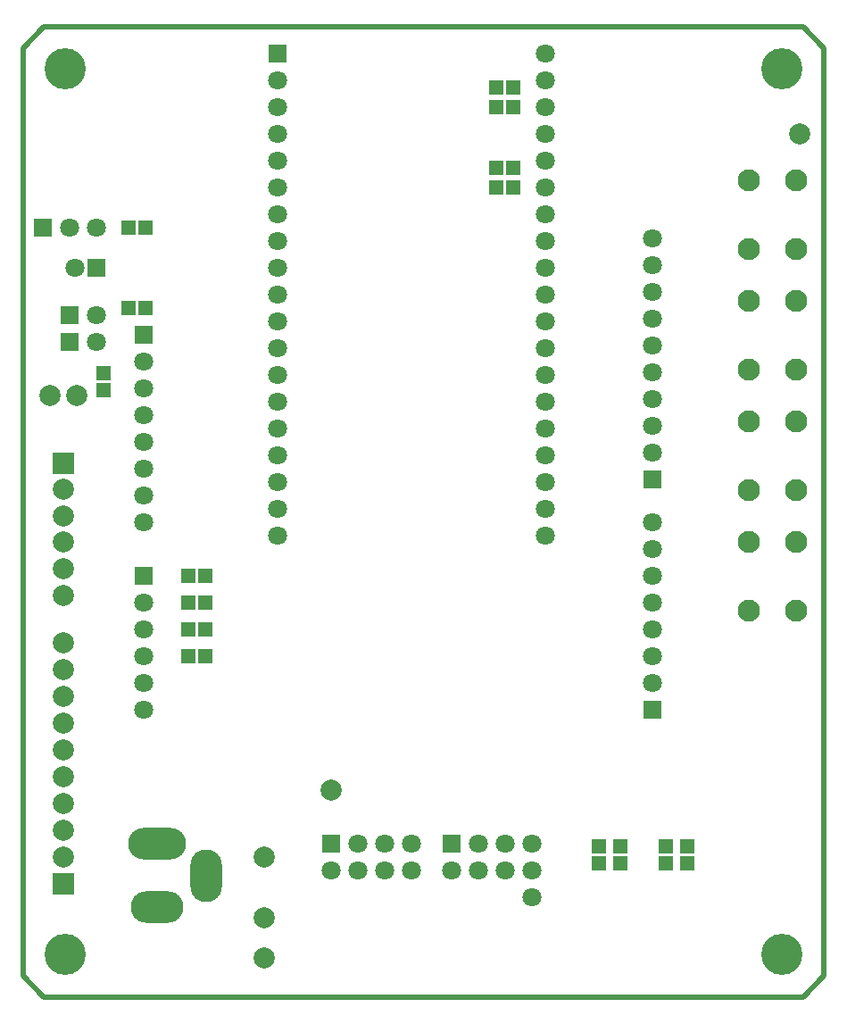
<source format=gbr>
G04 #@! TF.FileFunction,Soldermask,Bot*
%FSLAX46Y46*%
G04 Gerber Fmt 4.6, Leading zero omitted, Abs format (unit mm)*
G04 Created by KiCad (PCBNEW 4.0.7) date 06/22/21 16:10:00*
%MOMM*%
%LPD*%
G01*
G04 APERTURE LIST*
%ADD10C,0.100000*%
%ADD11C,0.500000*%
%ADD12C,3.900000*%
%ADD13C,2.000000*%
%ADD14R,2.000000X2.000000*%
%ADD15R,1.400000X1.400000*%
%ADD16O,5.500000X3.000000*%
%ADD17O,5.000000X3.000000*%
%ADD18O,3.000000X5.000000*%
%ADD19R,1.800000X1.800000*%
%ADD20C,1.800000*%
%ADD21C,2.100000*%
G04 APERTURE END LIST*
D10*
D11*
X124000000Y-50000000D02*
X52000000Y-50000000D01*
X126000000Y-52000000D02*
X124000000Y-50000000D01*
X126000000Y-140000000D02*
X126000000Y-52000000D01*
X124000000Y-142000000D02*
X126000000Y-140000000D01*
X52000000Y-142000000D02*
X124000000Y-142000000D01*
X50000000Y-140000000D02*
X52000000Y-142000000D01*
X50000000Y-52000000D02*
X50000000Y-140000000D01*
X52000000Y-50000000D02*
X50000000Y-52000000D01*
D12*
X54000000Y-54000000D03*
X122000000Y-54000000D03*
X122000000Y-138000000D03*
X54000000Y-138000000D03*
D13*
X53812000Y-121128000D03*
X53812000Y-118588000D03*
X53812000Y-116048000D03*
X53812000Y-113508000D03*
X53812000Y-110968000D03*
X53812000Y-108428000D03*
X53812000Y-123668000D03*
X53812000Y-126208000D03*
X53812000Y-128748000D03*
D14*
X53812000Y-131288000D03*
D13*
X72862000Y-134468000D03*
X72862000Y-138268000D03*
D15*
X96522000Y-63343000D03*
X94922000Y-63343000D03*
X96522000Y-55723000D03*
X94922000Y-55723000D03*
D16*
X62702000Y-127478000D03*
D17*
X62702000Y-133478000D03*
D18*
X67402000Y-130478000D03*
D19*
X74132000Y-52548000D03*
D20*
X74132000Y-55088000D03*
X74132000Y-57628000D03*
X74132000Y-60168000D03*
X74132000Y-62708000D03*
X74132000Y-65248000D03*
X74132000Y-67788000D03*
X74132000Y-70328000D03*
X74132000Y-72868000D03*
X74132000Y-75408000D03*
X74132000Y-77948000D03*
X74132000Y-80488000D03*
X74132000Y-83028000D03*
X74132000Y-85568000D03*
X74132000Y-88108000D03*
X74132000Y-90648000D03*
X74132000Y-93188000D03*
X74132000Y-95728000D03*
X74132000Y-98268000D03*
X99532000Y-98268000D03*
X99532000Y-95728000D03*
X99532000Y-93188000D03*
X99532000Y-90648000D03*
X99532000Y-88108000D03*
X99532000Y-85568000D03*
X99532000Y-83028000D03*
X99532000Y-80488000D03*
X99532000Y-77948000D03*
X99532000Y-75408000D03*
X99532000Y-72868000D03*
X99532000Y-70328000D03*
X99532000Y-67788000D03*
X99532000Y-65248000D03*
X99532000Y-62708000D03*
X99532000Y-60168000D03*
X99532000Y-57628000D03*
X99532000Y-55088000D03*
X99532000Y-52548000D03*
D19*
X61432000Y-79218000D03*
D20*
X61432000Y-81758000D03*
X61432000Y-84298000D03*
X61432000Y-86838000D03*
X61432000Y-89378000D03*
X61432000Y-91918000D03*
X61432000Y-94458000D03*
X61432000Y-96998000D03*
D19*
X61432000Y-102078000D03*
D20*
X61432000Y-104618000D03*
X61432000Y-107158000D03*
X61432000Y-109698000D03*
X61432000Y-112238000D03*
X61432000Y-114778000D03*
D19*
X109692000Y-114778000D03*
D20*
X109692000Y-112238000D03*
X109692000Y-109698000D03*
X109692000Y-107158000D03*
X109692000Y-104618000D03*
X109692000Y-102078000D03*
X109692000Y-99538000D03*
X109692000Y-96998000D03*
D19*
X109692000Y-92934000D03*
D20*
X109692000Y-90394000D03*
X109692000Y-87854000D03*
X109692000Y-85314000D03*
X109692000Y-82774000D03*
X109692000Y-80234000D03*
X109692000Y-77694000D03*
X109692000Y-75154000D03*
X109692000Y-72614000D03*
X109692000Y-70074000D03*
D15*
X94922000Y-65248000D03*
X96522000Y-65248000D03*
X94922000Y-57628000D03*
X96522000Y-57628000D03*
X65712000Y-102078000D03*
X67312000Y-102078000D03*
X65712000Y-104618000D03*
X67312000Y-104618000D03*
X65712000Y-107158000D03*
X67312000Y-107158000D03*
X65712000Y-109698000D03*
X67312000Y-109698000D03*
X112994000Y-129294000D03*
X112994000Y-127694000D03*
X110962000Y-129294000D03*
X110962000Y-127694000D03*
X106644000Y-129294000D03*
X106644000Y-127694000D03*
X104612000Y-129294000D03*
X104612000Y-127694000D03*
D21*
X118872000Y-71038000D03*
X118872000Y-64538000D03*
X123372000Y-71038000D03*
X123372000Y-64538000D03*
X118872000Y-105328000D03*
X118872000Y-98828000D03*
X123372000Y-105328000D03*
X123372000Y-98828000D03*
X118872000Y-93898000D03*
X118872000Y-87398000D03*
X123372000Y-93898000D03*
X123372000Y-87398000D03*
X118872000Y-82468000D03*
X118872000Y-75968000D03*
X123372000Y-82468000D03*
X123372000Y-75968000D03*
D13*
X72862000Y-128748000D03*
X79212000Y-122398000D03*
X123662000Y-60168000D03*
D19*
X79212000Y-127478000D03*
D20*
X81752000Y-127478000D03*
X84292000Y-127478000D03*
X86832000Y-127478000D03*
X79212000Y-130018000D03*
X81752000Y-130018000D03*
X84292000Y-130018000D03*
X86832000Y-130018000D03*
D19*
X90642000Y-127478000D03*
D20*
X93182000Y-127478000D03*
X95722000Y-127478000D03*
X98262000Y-127478000D03*
X90642000Y-130018000D03*
X93182000Y-130018000D03*
X95722000Y-130018000D03*
X98262000Y-130018000D03*
X98262000Y-132558000D03*
D13*
X53812000Y-93883000D03*
X53812000Y-96383000D03*
X53812000Y-98883000D03*
X53812000Y-101383000D03*
D14*
X53812000Y-91383000D03*
D13*
X53812000Y-103883000D03*
D19*
X56987000Y-72868000D03*
D20*
X54987000Y-72868000D03*
D19*
X51907000Y-69058000D03*
D20*
X54447000Y-69058000D03*
X56987000Y-69058000D03*
D19*
X54447000Y-79853000D03*
D20*
X56987000Y-79853000D03*
D19*
X54447000Y-77313000D03*
D20*
X56987000Y-77313000D03*
D13*
X55082000Y-84933000D03*
X52542000Y-84933000D03*
D15*
X59997000Y-69058000D03*
X61597000Y-69058000D03*
X59997000Y-76678000D03*
X61597000Y-76678000D03*
X57622000Y-84463000D03*
X57622000Y-82863000D03*
M02*

</source>
